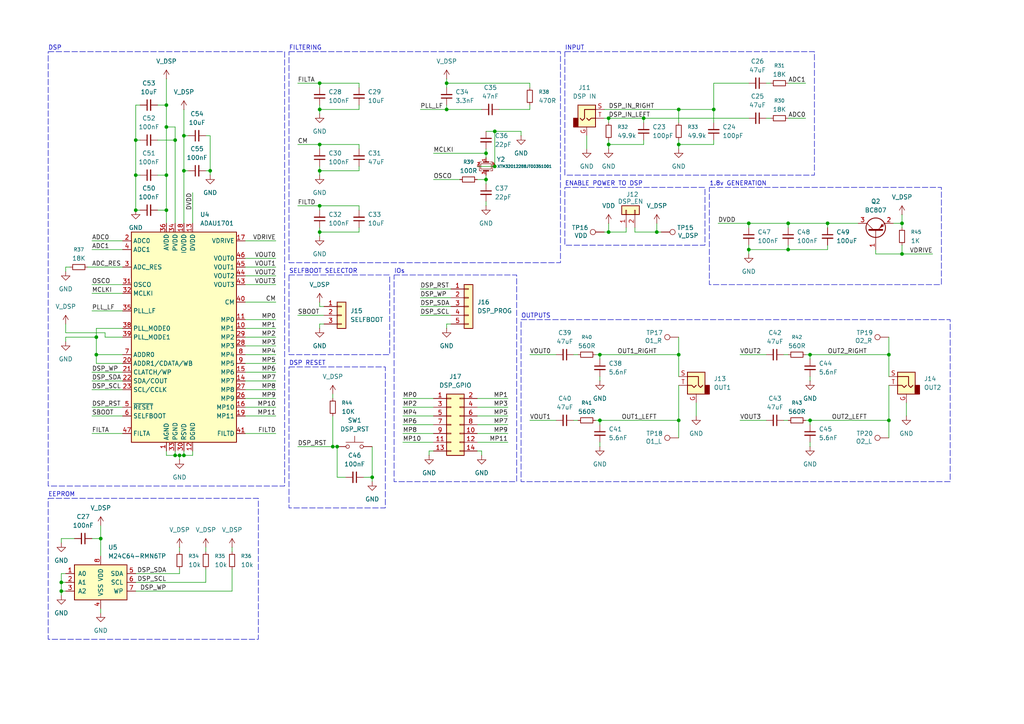
<source format=kicad_sch>
(kicad_sch (version 20250114) (generator "eeschema") (generator_version "9.0")
  (paper "A4")
  (rectangle (start 205.74 54.356) (end 273.05 82.55) (stroke (width 0) (type dash)))
  (rectangle (start 163.83 14.986) (end 236.22 50.8) (stroke (width 0) (type dash)))
  (rectangle (start 114.3 79.756) (end 149.86 139.7) (stroke (width 0) (type dash)))
  (rectangle (start 83.82 106.426) (end 111.76 147.32) (stroke (width 0) (type dash)))
  (rectangle (start 13.97 144.526) (end 74.93 185.42) (stroke (width 0) (type dash)))
  (rectangle (start 83.82 79.756) (end 113.03 102.87) (stroke (width 0) (type dash)))
  (rectangle (start 163.83 54.356) (end 204.47 71.12) (stroke (width 0) (type dash)))
  (rectangle (start 151.13 92.71) (end 275.59 139.7) (stroke (width 0) (type dash)))
  (rectangle (start 13.97 14.986) (end 82.55 140.97) (stroke (width 0) (type dash)))
  (rectangle (start 83.82 14.986) (end 162.56 76.2) (stroke (width 0) (type dash)))
  (text "DSP RESET" (at 83.82 105.41 0) (effects (font (size 1.27 1.27)) (justify left)))
  (text "EEPROM" (at 13.97 143.51 0) (effects (font (size 1.27 1.27)) (justify left)))
  (text "DSP" (at 13.97 13.97 0) (effects (font (size 1.27 1.27)) (justify left)))
  (text "INPUT" (at 163.83 13.97 0) (effects (font (size 1.27 1.27)) (justify left)))
  (text "SELFBOOT SELECTOR" (at 83.82 78.74 0) (effects (font (size 1.27 1.27)) (justify left)))
  (text "FILTERING" (at 83.82 13.97 0) (effects (font (size 1.27 1.27)) (justify left)))
  (text "1.8v GENERATION" (at 205.74 53.34 0) (effects (font (size 1.27 1.27)) (justify left)))
  (text "ENABLE POWER TO DSP" (at 163.83 53.34 0) (effects (font (size 1.27 1.27)) (justify left)))
  (text "OUTPUTS" (at 151.13 91.694 0) (effects (font (size 1.27 1.27)) (justify left)))
  (text "IOs" (at 114.3 78.74 0) (effects (font (size 1.27 1.27)) (justify left)))
  (junction (at 52.07 132.08))
  (junction (at 17.78 168.91))
  (junction (at 234.95 102.87))
  (junction (at 261.62 73.66))
  (junction (at 92.71 31.75))
  (junction (at 140.97 52.07))
  (junction (at 48.26 50.8))
  (junction (at 196.85 102.87))
  (junction (at 234.95 121.92))
  (junction (at 257.81 102.87))
  (junction (at 50.8 132.08))
  (junction (at 92.71 49.53))
  (junction (at 173.99 102.87))
  (junction (at 196.85 41.91))
  (junction (at 186.69 34.29))
  (junction (at 48.26 30.48))
  (junction (at 176.53 34.29))
  (junction (at 129.54 31.75))
  (junction (at 143.51 38.1))
  (junction (at 39.37 40.64))
  (junction (at 261.62 64.77))
  (junction (at 240.03 64.77))
  (junction (at 17.78 171.45))
  (junction (at 140.97 44.45))
  (junction (at 39.37 50.8))
  (junction (at 143.51 48.26))
  (junction (at 217.17 72.39))
  (junction (at 53.34 132.08))
  (junction (at 92.71 59.69))
  (junction (at 257.81 121.92))
  (junction (at 207.01 31.75))
  (junction (at 228.6 64.77))
  (junction (at 196.85 121.92))
  (junction (at 228.6 72.39))
  (junction (at 97.79 129.54))
  (junction (at 53.34 39.37))
  (junction (at 129.54 24.13))
  (junction (at 92.71 24.13))
  (junction (at 96.52 129.54))
  (junction (at 173.99 121.92))
  (junction (at 60.96 49.53))
  (junction (at 190.5 67.31))
  (junction (at 53.34 49.53))
  (junction (at 39.37 60.96))
  (junction (at 176.53 67.31))
  (junction (at 27.94 102.87))
  (junction (at 48.26 36.83))
  (junction (at 217.17 64.77))
  (junction (at 92.71 67.31))
  (junction (at 107.95 138.43))
  (junction (at 48.26 60.96))
  (junction (at 29.21 156.21))
  (junction (at 50.8 40.64))
  (junction (at 196.85 31.75))
  (junction (at 176.53 41.91))
  (junction (at 27.94 97.79))
  (junction (at 92.71 41.91))
  (wire (pts (xy 172.72 121.92) (xy 173.99 121.92)))
  (wire (pts (xy 129.54 24.13) (xy 129.54 25.4)))
  (wire (pts (xy 138.43 120.65) (xy 147.32 120.65)))
  (wire (pts (xy 71.12 87.63) (xy 80.01 87.63)))
  (wire (pts (xy 175.26 31.75) (xy 196.85 31.75)))
  (wire (pts (xy 173.99 121.92) (xy 173.99 123.19)))
  (wire (pts (xy 125.73 118.11) (xy 116.84 118.11)))
  (wire (pts (xy 96.52 129.54) (xy 97.79 129.54)))
  (wire (pts (xy 257.81 109.22) (xy 257.81 102.87)))
  (wire (pts (xy 254 73.66) (xy 261.62 73.66)))
  (wire (pts (xy 138.43 52.07) (xy 140.97 52.07)))
  (wire (pts (xy 52.07 132.08) (xy 52.07 133.35)))
  (wire (pts (xy 176.53 41.91) (xy 176.53 43.18)))
  (wire (pts (xy 151.13 38.1) (xy 151.13 39.37)))
  (wire (pts (xy 27.94 105.41) (xy 27.94 102.87)))
  (wire (pts (xy 207.01 31.75) (xy 207.01 24.13)))
  (wire (pts (xy 92.71 88.9) (xy 93.98 88.9)))
  (wire (pts (xy 71.12 105.41) (xy 80.01 105.41)))
  (wire (pts (xy 176.53 40.64) (xy 176.53 41.91)))
  (wire (pts (xy 228.6 34.29) (xy 233.68 34.29)))
  (wire (pts (xy 104.14 30.48) (xy 104.14 31.75)))
  (wire (pts (xy 27.94 95.25) (xy 27.94 97.79)))
  (wire (pts (xy 143.51 38.1) (xy 143.51 48.26)))
  (wire (pts (xy 59.69 158.75) (xy 59.69 160.02)))
  (wire (pts (xy 92.71 48.26) (xy 92.71 49.53)))
  (wire (pts (xy 40.64 30.48) (xy 39.37 30.48)))
  (wire (pts (xy 19.05 97.79) (xy 19.05 99.06)))
  (wire (pts (xy 71.12 115.57) (xy 80.01 115.57)))
  (wire (pts (xy 217.17 72.39) (xy 217.17 73.66)))
  (wire (pts (xy 27.94 102.87) (xy 27.94 97.79)))
  (wire (pts (xy 140.97 44.45) (xy 140.97 45.72)))
  (wire (pts (xy 186.69 40.64) (xy 186.69 41.91)))
  (wire (pts (xy 207.01 31.75) (xy 207.01 35.56)))
  (wire (pts (xy 140.97 43.18) (xy 140.97 44.45)))
  (wire (pts (xy 190.5 67.31) (xy 191.77 67.31)))
  (wire (pts (xy 30.48 97.79) (xy 30.48 96.52)))
  (wire (pts (xy 228.6 71.12) (xy 228.6 72.39)))
  (wire (pts (xy 176.53 34.29) (xy 176.53 35.56)))
  (wire (pts (xy 257.81 121.92) (xy 234.95 121.92)))
  (wire (pts (xy 60.96 49.53) (xy 60.96 50.8)))
  (wire (pts (xy 140.97 38.1) (xy 143.51 38.1)))
  (wire (pts (xy 86.36 59.69) (xy 92.71 59.69)))
  (wire (pts (xy 39.37 60.96) (xy 40.64 60.96)))
  (wire (pts (xy 71.12 74.93) (xy 80.01 74.93)))
  (wire (pts (xy 104.14 25.4) (xy 104.14 24.13)))
  (wire (pts (xy 107.95 138.43) (xy 107.95 129.54)))
  (wire (pts (xy 124.46 130.81) (xy 125.73 130.81)))
  (wire (pts (xy 19.05 166.37) (xy 17.78 166.37)))
  (wire (pts (xy 30.48 96.52) (xy 19.05 96.52)))
  (wire (pts (xy 176.53 41.91) (xy 186.69 41.91)))
  (wire (pts (xy 196.85 41.91) (xy 196.85 43.18)))
  (wire (pts (xy 92.71 66.04) (xy 92.71 67.31)))
  (wire (pts (xy 222.25 34.29) (xy 223.52 34.29)))
  (wire (pts (xy 166.37 102.87) (xy 167.64 102.87)))
  (wire (pts (xy 228.6 64.77) (xy 217.17 64.77)))
  (wire (pts (xy 92.71 87.63) (xy 92.71 88.9)))
  (wire (pts (xy 60.96 39.37) (xy 60.96 49.53)))
  (wire (pts (xy 173.99 102.87) (xy 173.99 104.14)))
  (wire (pts (xy 121.92 31.75) (xy 129.54 31.75)))
  (wire (pts (xy 92.71 49.53) (xy 92.71 50.8)))
  (wire (pts (xy 201.93 116.84) (xy 201.93 120.65)))
  (wire (pts (xy 240.03 64.77) (xy 248.92 64.77)))
  (wire (pts (xy 227.33 121.92) (xy 228.6 121.92)))
  (wire (pts (xy 27.94 97.79) (xy 19.05 97.79)))
  (wire (pts (xy 96.52 114.3) (xy 96.52 115.57)))
  (wire (pts (xy 121.92 86.36) (xy 130.81 86.36)))
  (wire (pts (xy 26.67 90.17) (xy 35.56 90.17)))
  (wire (pts (xy 172.72 102.87) (xy 173.99 102.87)))
  (wire (pts (xy 29.21 152.4) (xy 29.21 156.21)))
  (wire (pts (xy 138.43 48.26) (xy 143.51 48.26)))
  (wire (pts (xy 53.34 130.81) (xy 53.34 132.08)))
  (wire (pts (xy 17.78 172.72) (xy 17.78 171.45)))
  (wire (pts (xy 104.14 41.91) (xy 92.71 41.91)))
  (wire (pts (xy 138.43 115.57) (xy 147.32 115.57)))
  (wire (pts (xy 173.99 102.87) (xy 196.85 102.87)))
  (wire (pts (xy 92.71 59.69) (xy 92.71 60.96)))
  (wire (pts (xy 234.95 109.22) (xy 234.95 110.49)))
  (wire (pts (xy 222.25 121.92) (xy 214.63 121.92)))
  (wire (pts (xy 175.26 34.29) (xy 176.53 34.29)))
  (wire (pts (xy 48.26 132.08) (xy 50.8 132.08)))
  (wire (pts (xy 53.34 132.08) (xy 52.07 132.08)))
  (wire (pts (xy 48.26 64.77) (xy 48.26 60.96)))
  (wire (pts (xy 270.51 73.66) (xy 261.62 73.66)))
  (wire (pts (xy 234.95 128.27) (xy 234.95 129.54)))
  (wire (pts (xy 184.15 67.31) (xy 190.5 67.31)))
  (wire (pts (xy 45.72 30.48) (xy 48.26 30.48)))
  (wire (pts (xy 257.81 102.87) (xy 234.95 102.87)))
  (wire (pts (xy 125.73 120.65) (xy 116.84 120.65)))
  (wire (pts (xy 48.26 22.86) (xy 48.26 30.48)))
  (wire (pts (xy 129.54 93.98) (xy 130.81 93.98)))
  (wire (pts (xy 86.36 41.91) (xy 92.71 41.91)))
  (wire (pts (xy 71.12 80.01) (xy 80.01 80.01)))
  (wire (pts (xy 17.78 171.45) (xy 19.05 171.45)))
  (wire (pts (xy 67.31 165.1) (xy 67.31 171.45)))
  (wire (pts (xy 261.62 66.04) (xy 261.62 64.77)))
  (wire (pts (xy 196.85 109.22) (xy 196.85 102.87)))
  (wire (pts (xy 26.67 110.49) (xy 35.56 110.49)))
  (wire (pts (xy 19.05 168.91) (xy 17.78 168.91)))
  (wire (pts (xy 53.34 39.37) (xy 54.61 39.37)))
  (wire (pts (xy 48.26 50.8) (xy 48.26 60.96)))
  (wire (pts (xy 138.43 123.19) (xy 147.32 123.19)))
  (wire (pts (xy 257.81 97.79) (xy 257.81 102.87)))
  (wire (pts (xy 25.4 77.47) (xy 35.56 77.47)))
  (wire (pts (xy 48.26 60.96) (xy 45.72 60.96)))
  (wire (pts (xy 129.54 31.75) (xy 139.7 31.75)))
  (wire (pts (xy 21.59 156.21) (xy 17.78 156.21)))
  (wire (pts (xy 26.67 107.95) (xy 35.56 107.95)))
  (wire (pts (xy 186.69 35.56) (xy 186.69 34.29)))
  (wire (pts (xy 17.78 168.91) (xy 17.78 171.45)))
  (wire (pts (xy 71.12 77.47) (xy 80.01 77.47)))
  (wire (pts (xy 125.73 128.27) (xy 116.84 128.27)))
  (wire (pts (xy 173.99 109.22) (xy 173.99 110.49)))
  (wire (pts (xy 240.03 71.12) (xy 240.03 72.39)))
  (wire (pts (xy 35.56 97.79) (xy 30.48 97.79)))
  (wire (pts (xy 121.92 83.82) (xy 130.81 83.82)))
  (wire (pts (xy 71.12 107.95) (xy 80.01 107.95)))
  (wire (pts (xy 71.12 82.55) (xy 80.01 82.55)))
  (wire (pts (xy 26.67 72.39) (xy 35.56 72.39)))
  (wire (pts (xy 39.37 166.37) (xy 52.07 166.37)))
  (wire (pts (xy 86.36 129.54) (xy 96.52 129.54)))
  (wire (pts (xy 92.71 67.31) (xy 104.14 67.31)))
  (wire (pts (xy 125.73 125.73) (xy 116.84 125.73)))
  (wire (pts (xy 100.33 138.43) (xy 97.79 138.43)))
  (wire (pts (xy 143.51 38.1) (xy 151.13 38.1)))
  (wire (pts (xy 17.78 166.37) (xy 17.78 168.91)))
  (wire (pts (xy 40.64 50.8) (xy 39.37 50.8)))
  (wire (pts (xy 48.26 36.83) (xy 48.26 50.8)))
  (wire (pts (xy 175.26 67.31) (xy 176.53 67.31)))
  (wire (pts (xy 53.34 39.37) (xy 53.34 49.53)))
  (wire (pts (xy 52.07 166.37) (xy 52.07 165.1)))
  (wire (pts (xy 104.14 66.04) (xy 104.14 67.31)))
  (wire (pts (xy 196.85 111.76) (xy 196.85 121.92)))
  (wire (pts (xy 222.25 24.13) (xy 223.52 24.13)))
  (wire (pts (xy 240.03 66.04) (xy 240.03 64.77)))
  (wire (pts (xy 35.56 102.87) (xy 27.94 102.87)))
  (wire (pts (xy 50.8 130.81) (xy 50.8 132.08)))
  (wire (pts (xy 153.67 25.4) (xy 153.67 24.13)))
  (wire (pts (xy 104.14 24.13) (xy 92.71 24.13)))
  (wire (pts (xy 26.67 85.09) (xy 35.56 85.09)))
  (wire (pts (xy 53.34 49.53) (xy 54.61 49.53)))
  (wire (pts (xy 52.07 158.75) (xy 52.07 160.02)))
  (wire (pts (xy 186.69 34.29) (xy 217.17 34.29)))
  (wire (pts (xy 104.14 48.26) (xy 104.14 49.53)))
  (wire (pts (xy 217.17 64.77) (xy 217.17 66.04)))
  (wire (pts (xy 129.54 95.25) (xy 129.54 93.98)))
  (wire (pts (xy 71.12 100.33) (xy 80.01 100.33)))
  (wire (pts (xy 261.62 62.23) (xy 261.62 64.77)))
  (wire (pts (xy 227.33 102.87) (xy 228.6 102.87)))
  (wire (pts (xy 35.56 105.41) (xy 27.94 105.41)))
  (wire (pts (xy 129.54 30.48) (xy 129.54 31.75)))
  (wire (pts (xy 26.67 113.03) (xy 35.56 113.03)))
  (wire (pts (xy 26.67 82.55) (xy 35.56 82.55)))
  (wire (pts (xy 35.56 95.25) (xy 27.94 95.25)))
  (wire (pts (xy 161.29 102.87) (xy 153.67 102.87)))
  (wire (pts (xy 92.71 31.75) (xy 92.71 33.02)))
  (wire (pts (xy 48.26 130.81) (xy 48.26 132.08)))
  (wire (pts (xy 153.67 24.13) (xy 129.54 24.13)))
  (wire (pts (xy 97.79 138.43) (xy 97.79 129.54)))
  (wire (pts (xy 67.31 158.75) (xy 67.31 160.02)))
  (wire (pts (xy 234.95 121.92) (xy 234.95 123.19)))
  (wire (pts (xy 92.71 49.53) (xy 104.14 49.53)))
  (wire (pts (xy 48.26 36.83) (xy 50.8 36.83)))
  (wire (pts (xy 71.12 110.49) (xy 80.01 110.49)))
  (wire (pts (xy 140.97 58.42) (xy 140.97 59.69)))
  (wire (pts (xy 80.01 69.85) (xy 71.12 69.85)))
  (wire (pts (xy 71.12 97.79) (xy 80.01 97.79)))
  (wire (pts (xy 26.67 156.21) (xy 29.21 156.21)))
  (wire (pts (xy 217.17 71.12) (xy 217.17 72.39)))
  (wire (pts (xy 190.5 64.77) (xy 190.5 67.31)))
  (wire (pts (xy 233.68 102.87) (xy 234.95 102.87)))
  (wire (pts (xy 140.97 52.07) (xy 140.97 50.8)))
  (wire (pts (xy 257.81 121.92) (xy 257.81 127)))
  (wire (pts (xy 26.67 125.73) (xy 35.56 125.73)))
  (wire (pts (xy 26.67 118.11) (xy 35.56 118.11)))
  (wire (pts (xy 55.88 132.08) (xy 53.34 132.08)))
  (wire (pts (xy 176.53 67.31) (xy 176.53 64.77)))
  (wire (pts (xy 196.85 97.79) (xy 196.85 102.87)))
  (wire (pts (xy 45.72 50.8) (xy 48.26 50.8)))
  (wire (pts (xy 48.26 30.48) (xy 48.26 36.83)))
  (wire (pts (xy 222.25 102.87) (xy 214.63 102.87)))
  (wire (pts (xy 161.29 121.92) (xy 153.67 121.92)))
  (wire (pts (xy 53.34 31.75) (xy 53.34 39.37)))
  (wire (pts (xy 259.08 64.77) (xy 261.62 64.77)))
  (wire (pts (xy 262.89 116.84) (xy 262.89 120.65)))
  (wire (pts (xy 228.6 24.13) (xy 233.68 24.13)))
  (wire (pts (xy 196.85 121.92) (xy 196.85 127)))
  (wire (pts (xy 92.71 41.91) (xy 92.71 43.18)))
  (wire (pts (xy 93.98 93.98) (xy 92.71 93.98)))
  (wire (pts (xy 55.88 55.88) (xy 55.88 64.77)))
  (wire (pts (xy 181.61 66.04) (xy 181.61 67.31)))
  (wire (pts (xy 104.14 59.69) (xy 92.71 59.69)))
  (wire (pts (xy 55.88 130.81) (xy 55.88 132.08)))
  (wire (pts (xy 261.62 73.66) (xy 261.62 71.12)))
  (wire (pts (xy 71.12 113.03) (xy 80.01 113.03)))
  (wire (pts (xy 40.64 40.64) (xy 39.37 40.64)))
  (wire (pts (xy 105.41 138.43) (xy 107.95 138.43)))
  (wire (pts (xy 92.71 24.13) (xy 92.71 25.4)))
  (wire (pts (xy 121.92 91.44) (xy 130.81 91.44)))
  (wire (pts (xy 121.92 88.9) (xy 130.81 88.9)))
  (wire (pts (xy 20.32 77.47) (xy 19.05 77.47)))
  (wire (pts (xy 50.8 64.77) (xy 50.8 40.64)))
  (wire (pts (xy 207.01 24.13) (xy 217.17 24.13)))
  (wire (pts (xy 39.37 168.91) (xy 59.69 168.91)))
  (wire (pts (xy 196.85 40.64) (xy 196.85 41.91)))
  (wire (pts (xy 86.36 91.44) (xy 93.98 91.44)))
  (wire (pts (xy 107.95 138.43) (xy 107.95 139.7)))
  (wire (pts (xy 196.85 41.91) (xy 207.01 41.91)))
  (wire (pts (xy 138.43 130.81) (xy 139.7 130.81)))
  (wire (pts (xy 17.78 156.21) (xy 17.78 157.48)))
  (wire (pts (xy 139.7 130.81) (xy 139.7 132.08)))
  (wire (pts (xy 140.97 52.07) (xy 140.97 53.34)))
  (wire (pts (xy 50.8 36.83) (xy 50.8 40.64)))
  (wire (pts (xy 39.37 30.48) (xy 39.37 40.64)))
  (wire (pts (xy 59.69 168.91) (xy 59.69 165.1)))
  (wire (pts (xy 29.21 156.21) (xy 29.21 161.29)))
  (wire (pts (xy 129.54 22.86) (xy 129.54 24.13)))
  (wire (pts (xy 125.73 115.57) (xy 116.84 115.57)))
  (wire (pts (xy 196.85 31.75) (xy 196.85 35.56)))
  (wire (pts (xy 181.61 67.31) (xy 176.53 67.31)))
  (wire (pts (xy 234.95 102.87) (xy 234.95 104.14)))
  (wire (pts (xy 138.43 125.73) (xy 147.32 125.73)))
  (wire (pts (xy 92.71 31.75) (xy 104.14 31.75)))
  (wire (pts (xy 71.12 120.65) (xy 80.01 120.65)))
  (wire (pts (xy 186.69 34.29) (xy 176.53 34.29)))
  (wire (pts (xy 26.67 69.85) (xy 35.56 69.85)))
  (wire (pts (xy 233.68 121.92) (xy 234.95 121.92)))
  (wire (pts (xy 173.99 128.27) (xy 173.99 129.54)))
  (wire (pts (xy 39.37 171.45) (xy 67.31 171.45)))
  (wire (pts (xy 29.21 176.53) (xy 29.21 177.8)))
  (wire (pts (xy 196.85 31.75) (xy 207.01 31.75)))
  (wire (pts (xy 125.73 52.07) (xy 133.35 52.07)))
  (wire (pts (xy 39.37 50.8) (xy 39.37 60.96)))
  (wire (pts (xy 153.67 31.75) (xy 153.67 30.48)))
  (wire (pts (xy 92.71 93.98) (xy 92.71 95.25)))
  (wire (pts (xy 104.14 60.96) (xy 104.14 59.69)))
  (wire (pts (xy 184.15 66.04) (xy 184.15 67.31)))
  (wire (pts (xy 228.6 66.04) (xy 228.6 64.77)))
  (wire (pts (xy 104.14 43.18) (xy 104.14 41.91)))
  (wire (pts (xy 86.36 24.13) (xy 92.71 24.13)))
  (wire (pts (xy 39.37 40.64) (xy 39.37 50.8)))
  (wire (pts (xy 19.05 96.52) (xy 19.05 93.98)))
  (wire (pts (xy 71.12 125.73) (xy 80.01 125.73)))
  (wire (pts (xy 124.46 132.08) (xy 124.46 130.81)))
  (wire (pts (xy 71.12 118.11) (xy 80.01 118.11)))
  (wire (pts (xy 59.69 39.37) (xy 60.96 39.37)))
  (wire (pts (xy 71.12 95.25) (xy 80.01 95.25)))
  (wire (pts (xy 125.73 123.19) (xy 116.84 123.19)))
  (wire (pts (xy 92.71 30.48) (xy 92.71 31.75)))
  (wire (pts (xy 240.03 72.39) (xy 228.6 72.39)))
  (wire (pts (xy 96.52 120.65) (xy 96.52 129.54)))
  (wire (pts (xy 71.12 102.87) (xy 80.01 102.87)))
  (wire (pts (xy 71.12 92.71) (xy 80.01 92.71)))
  (wire (pts (xy 19.05 77.47) (xy 19.05 78.74)))
  (wire (pts (xy 257.81 111.76) (xy 257.81 121.92)))
  (wire (pts (xy 50.8 132.08) (xy 52.07 132.08)))
  (wire (pts (xy 196.85 121.92) (xy 173.99 121.92)))
  (wire (pts (xy 254 72.39) (xy 254 73.66)))
  (wire (pts (xy 170.18 39.37) (xy 170.18 43.18)))
  (wire (pts (xy 125.73 44.45) (xy 140.97 44.45)))
  (wire (pts (xy 50.8 40.64) (xy 45.72 40.64)))
  (wire (pts (xy 208.28 64.77) (xy 217.17 64.77)))
  (wire (pts (xy 228.6 72.39) (xy 217.17 72.39)))
  (wire (pts (xy 144.78 31.75) (xy 153.67 31.75)))
  (wire (pts (xy 53.34 49.53) (xy 53.34 64.77)))
  (wire (pts (xy 166.37 121.92) (xy 167.64 121.92)))
  (wire (pts (xy 138.43 128.27) (xy 147.32 128.27)))
  (wire (pts (xy 207.01 40.64) (xy 207.01 41.91)))
  (wire (pts (xy 26.67 120.65) (xy 35.56 120.65)))
  (wire (pts (xy 92.71 67.31) (xy 92.71 68.58)))
  (wire (pts (xy 240.03 64.77) (xy 228.6 64.77)))
  (wire (pts (xy 138.43 118.11) (xy 147.32 118.11)))
  (wire (pts (xy 59.69 49.53) (xy 60.96 49.53)))
  (label "MP1" (at 80.01 95.25 180))
  (label "OUT1_RIGHT" (at 190.5 102.87 180))
  (label "MCLKI" (at 26.67 85.09 0))
  (label "DSP_SCL" (at 26.67 113.03 0))
  (label "VDRIVE" (at 270.51 73.66 180))
  (label "MP6" (at 116.84 123.19 0))
  (label "MP2" (at 80.01 97.79 180))
  (label "MP11" (at 80.01 120.65 180))
  (label "VOUT0" (at 153.67 102.87 0))
  (label "VOUT1" (at 153.67 121.92 0))
  (label "DSP_SDA" (at 121.92 88.9 0))
  (label "ADC1" (at 233.68 24.13 180))
  (label "MP3" (at 80.01 100.33 180))
  (label "CM" (at 86.36 41.91 0))
  (label "ADC0" (at 26.67 69.85 0))
  (label "MP10" (at 116.84 128.27 0))
  (label "MP9" (at 147.32 125.73 180))
  (label "DSP_IN_RIGHT" (at 176.53 31.75 0))
  (label "MP0" (at 116.84 115.57 0))
  (label "DSP_SDA" (at 26.67 110.49 0))
  (label "VOUT0" (at 80.01 74.93 180))
  (label "DSP_WP" (at 48.26 171.45 180))
  (label "VOUT2" (at 80.01 80.01 180))
  (label "MP6" (at 80.01 107.95 180))
  (label "VOUT2" (at 214.63 102.87 0))
  (label "DSP_RST" (at 121.92 83.82 0))
  (label "DVDD" (at 55.88 55.88 270))
  (label "MP2" (at 116.84 118.11 0))
  (label "DSP_RST" (at 86.36 129.54 0))
  (label "OSCO" (at 26.67 82.55 0))
  (label "OUT1_LEFT" (at 190.5 121.92 180))
  (label "MP8" (at 80.01 113.03 180))
  (label "MP7" (at 80.01 110.49 180))
  (label "ADC0" (at 233.68 34.29 180))
  (label "DSP_SCL" (at 48.26 168.91 180))
  (label "OSCO" (at 125.73 52.07 0))
  (label "SBOOT" (at 86.36 91.44 0))
  (label "DSP_WP" (at 26.67 107.95 0))
  (label "VOUT1" (at 80.01 77.47 180))
  (label "CM" (at 80.01 87.63 180))
  (label "MCLKI" (at 125.73 44.45 0))
  (label "OUT2_LEFT" (at 251.46 121.92 180))
  (label "DSP_SCL" (at 121.92 91.44 0))
  (label "MP0" (at 80.01 92.71 180))
  (label "DSP_SDA" (at 48.26 166.37 180))
  (label "VOUT3" (at 214.63 121.92 0))
  (label "PLL_LF" (at 26.67 90.17 0))
  (label "SBOOT" (at 26.67 120.65 0))
  (label "MP5" (at 80.01 105.41 180))
  (label "FILTA" (at 26.67 125.73 0))
  (label "DVDD" (at 208.28 64.77 0))
  (label "MP3" (at 147.32 118.11 180))
  (label "DSP_IN_LEFT" (at 176.53 34.29 0))
  (label "MP1" (at 147.32 115.57 180))
  (label "DSP_RST" (at 26.67 118.11 0))
  (label "MP7" (at 147.32 123.19 180))
  (label "MP11" (at 147.32 128.27 180))
  (label "MP10" (at 80.01 118.11 180))
  (label "ADC1" (at 26.67 72.39 0))
  (label "DSP_WP" (at 121.92 86.36 0))
  (label "MP4" (at 80.01 102.87 180))
  (label "MP9" (at 80.01 115.57 180))
  (label "MP8" (at 116.84 125.73 0))
  (label "OUT2_RIGHT" (at 251.46 102.87 180))
  (label "PLL_LF" (at 121.92 31.75 0))
  (label "VDRIVE" (at 80.01 69.85 180))
  (label "VOUT3" (at 80.01 82.55 180))
  (label "MP5" (at 147.32 120.65 180))
  (label "FILTA" (at 86.36 24.13 0))
  (label "FILTD" (at 86.36 59.69 0))
  (label "ADC_RES" (at 26.67 77.47 0))
  (label "FILTD" (at 80.01 125.73 180))
  (label "MP4" (at 116.84 120.65 0))
  (symbol (lib_id "Connector_Audio:AudioJack2_Ground") (at 201.93 111.76 0) (mirror y) (unit 1)
    (property "Reference" "J13" (at 207.01 109.8549 0) (effects (justify right)))
    (property "Value" "OUT1" (at 207.01 112.3949 0) (effects (justify right)))
    (property "Footprint" "XKB_PJ-3200:XKB_PJ-3200" (effects (hide yes)))
    (property "Description" "Audio Jack, 2 Poles (Mono / TS), Grounded Sleeve" (effects (hide yes)))
  )
  (symbol (lib_id "Device:R_Small") (at 170.18 121.92 90) (unit 1)
    (property "Reference" "R41" (at 170.18 116.84 90) (effects (font (size 1.016 1.016))))
    (property "Value" "560R" (at 170.18 119.38 90))
    (property "Footprint" "Resistor_SMD:R_0603_1608Metric_Pad0.98x0.95mm_HandSolder" (effects (hide yes)))
    (property "Description" "Resistor, small symbol" (effects (hide yes)))
  )
  (symbol (lib_id "power:GND") (at 124.46 132.08 0) (unit 1)
    (property "Reference" "#PWR093" (effects (hide yes)))
    (property "Value" "GND" (at 124.46 137.16 0))
    (property "Description" "Power symbol creates a global label with name \"GND\" , ground" (effects (hide yes)))
  )
  (symbol (lib_id "Device:C_Small") (at 140.97 40.64 0) (unit 1)
    (property "Reference" "C36" (at 143.51 39.3762 0) (effects (justify left)))
    (property "Value" "22pF" (at 143.51 41.9162 0) (effects (justify left)))
    (property "Footprint" "Capacitor_SMD:C_0603_1608Metric_Pad1.08x0.95mm_HandSolder" (effects (hide yes)))
    (property "Description" "Unpolarized capacitor, small symbol" (effects (hide yes)))
  )
  (symbol (lib_id "Connector:TestPoint") (at 175.26 67.31 90) (unit 1)
    (property "Reference" "TP16" (at 170.688 66.04 90) (effects (justify left)))
    (property "Value" "VDD" (at 170.434 68.326 90) (effects (justify left)))
    (property "Footprint" "TestPoint:TestPoint_THTPad_1.0x1.0mm_Drill0.5mm" (effects (hide yes)))
    (property "Description" "test point" (effects (hide yes)))
  )
  (symbol (lib_id "power:VDD") (at 53.34 31.75 0) (unit 1)
    (property "Reference" "#PWR090" (effects (hide yes)))
    (property "Value" "V_DSP" (at 53.34 26.67 0))
    (property "Description" "Power symbol creates a global label with name \"VDD\"" (effects (hide yes)))
  )
  (symbol (lib_id "power:GND") (at 234.95 129.54 0) (unit 1)
    (property "Reference" "#PWR077" (effects (hide yes)))
    (property "Value" "GND" (at 234.95 134.62 0))
    (property "Description" "Power symbol creates a global label with name \"GND\" , ground" (effects (hide yes)))
  )
  (symbol (lib_id "power:GND") (at 92.71 33.02 0) (unit 1)
    (property "Reference" "#PWR067" (effects (hide yes)))
    (property "Value" "GND" (at 92.71 38.1 0))
    (property "Description" "Power symbol creates a global label with name \"GND\" , ground" (effects (hide yes)))
  )
  (symbol (lib_id "power:VDD") (at 92.71 87.63 0) (unit 1)
    (property "Reference" "#PWR080" (effects (hide yes)))
    (property "Value" "V_DSP" (at 92.71 82.55 0))
    (property "Description" "Power symbol creates a global label with name \"VDD\"" (effects (hide yes)))
  )
  (symbol (lib_id "power:VDD") (at 52.07 158.75 0) (unit 1)
    (property "Reference" "#PWR062" (effects (hide yes)))
    (property "Value" "V_DSP" (at 52.07 153.67 0))
    (property "Description" "Power symbol creates a global label with name \"VDD\"" (effects (hide yes)))
  )
  (symbol (lib_id "Device:C_Small") (at 219.71 34.29 270) (unit 1)
    (property "Reference" "C25" (at 219.7036 27.94 90))
    (property "Value" "47uF" (at 219.7036 30.48 90))
    (property "Footprint" "Capacitor_SMD:C_0603_1608Metric_Pad1.08x0.95mm_HandSolder" (effects (hide yes)))
    (property "Description" "Unpolarized capacitor, small symbol" (effects (hide yes)))
  )
  (symbol (lib_id "Connector_Audio:AudioJack2_Ground") (at 170.18 34.29 0) (unit 1)
    (property "Reference" "J11" (at 169.545 25.4 0))
    (property "Value" "DSP IN" (at 169.545 27.94 0))
    (property "Footprint" "XKB_PJ-3200:XKB_PJ-3200" (effects (hide yes)))
    (property "Description" "Audio Jack, 2 Poles (Mono / TS), Grounded Sleeve" (effects (hide yes)))
  )
  (symbol (lib_id "power:GND") (at 196.85 43.18 0) (unit 1)
    (property "Reference" "#PWR057" (effects (hide yes)))
    (property "Value" "GND" (at 196.85 48.26 0))
    (property "Description" "Power symbol creates a global label with name \"GND\" , ground" (effects (hide yes)))
  )
  (symbol (lib_id "power:VDD") (at 176.53 64.77 0) (unit 1)
    (property "Reference" "#PWR055" (effects (hide yes)))
    (property "Value" "VDD" (at 176.53 59.69 0))
    (property "Description" "Power symbol creates a global label with name \"VDD\"" (effects (hide yes)))
  )
  (symbol (lib_id "power:GND") (at 151.13 39.37 0) (unit 1)
    (property "Reference" "#PWR071" (effects (hide yes)))
    (property "Value" "GND" (at 151.13 44.45 0))
    (property "Description" "Power symbol creates a global label with name \"GND\" , ground" (effects (hide yes)))
  )
  (symbol (lib_id "Device:C_Small") (at 140.97 55.88 0) (unit 1)
    (property "Reference" "C37" (at 143.51 54.6162 0) (effects (justify left)))
    (property "Value" "22pF" (at 143.51 57.1562 0) (effects (justify left)))
    (property "Footprint" "Capacitor_SMD:C_0603_1608Metric_Pad1.08x0.95mm_HandSolder" (effects (hide yes)))
    (property "Description" "Unpolarized capacitor, small symbol" (effects (hide yes)))
  )
  (symbol (lib_id "power:VDD") (at 29.21 152.4 0) (unit 1)
    (property "Reference" "#PWR061" (effects (hide yes)))
    (property "Value" "V_DSP" (at 29.21 147.32 0))
    (property "Description" "Power symbol creates a global label with name \"VDD\"" (effects (hide yes)))
  )
  (symbol (lib_id "Device:C_Small") (at 234.95 106.68 0) (unit 1)
    (property "Reference" "C44" (at 237.49 105.4162 0) (effects (justify left)))
    (property "Value" "5.6nF" (at 237.49 107.9562 0) (effects (justify left)))
    (property "Footprint" "Capacitor_SMD:C_0603_1608Metric_Pad1.08x0.95mm_HandSolder" (effects (hide yes)))
    (property "Description" "Unpolarized capacitor, small symbol" (effects (hide yes)))
  )
  (symbol (lib_id "Device:C_Small") (at 104.14 63.5 180) (unit 1)
    (property "Reference" "C33" (at 106.68 62.2235 0) (effects (justify right)))
    (property "Value" "10uF" (at 106.68 64.7635 0) (effects (justify right)))
    (property "Footprint" "Capacitor_SMD:C_0603_1608Metric_Pad1.08x0.95mm_HandSolder" (effects (hide yes)))
    (property "Description" "Unpolarized capacitor, small symbol" (effects (hide yes)))
  )
  (symbol (lib_id "Device:R_Small") (at 96.52 118.11 0) (unit 1)
    (property "Reference" "R44" (at 99.06 116.8399 0) (effects (font (size 1.016 1.016)) (justify left)))
    (property "Value" "10K" (at 99.06 119.3799 0) (effects (justify left)))
    (property "Footprint" "Resistor_SMD:R_0603_1608Metric_Pad0.98x0.95mm_HandSolder" (effects (hide yes)))
    (property "Description" "Resistor, small symbol" (effects (hide yes)))
  )
  (symbol (lib_id "power:GND") (at 170.18 43.18 0) (unit 1)
    (property "Reference" "#PWR054" (effects (hide yes)))
    (property "Value" "GND" (at 170.18 48.26 0))
    (property "Description" "Power symbol creates a global label with name \"GND\" , ground" (effects (hide yes)))
  )
  (symbol (lib_id "Device:C_Small") (at 234.95 125.73 0) (unit 1)
    (property "Reference" "C45" (at 237.49 124.4662 0) (effects (justify left)))
    (property "Value" "5.6nF" (at 237.49 127.0062 0) (effects (justify left)))
    (property "Footprint" "Capacitor_SMD:C_0603_1608Metric_Pad1.08x0.95mm_HandSolder" (effects (hide yes)))
    (property "Description" "Unpolarized capacitor, small symbol" (effects (hide yes)))
  )
  (symbol (lib_id "Device:C_Small") (at 92.71 63.5 180) (unit 1)
    (property "Reference" "C32" (at 95.25 62.2235 0) (effects (justify right)))
    (property "Value" "100nF" (at 95.25 64.7635 0) (effects (justify right)))
    (property "Footprint" "Capacitor_SMD:C_0603_1608Metric_Pad1.08x0.95mm_HandSolder" (effects (hide yes)))
    (property "Description" "Unpolarized capacitor, small symbol" (effects (hide yes)))
  )
  (symbol (lib_id "Device:R_Small") (at 170.18 102.87 90) (unit 1)
    (property "Reference" "R40" (at 170.18 97.79 90) (effects (font (size 1.016 1.016))))
    (property "Value" "560R" (at 170.18 100.33 90))
    (property "Footprint" "Resistor_SMD:R_0603_1608Metric_Pad0.98x0.95mm_HandSolder" (effects (hide yes)))
    (property "Description" "Resistor, small symbol" (effects (hide yes)))
  )
  (symbol (lib_id "power:VDD") (at 67.31 158.75 0) (unit 1)
    (property "Reference" "#PWR064" (effects (hide yes)))
    (property "Value" "V_DSP" (at 67.31 153.67 0))
    (property "Description" "Power symbol creates a global label with name \"VDD\"" (effects (hide yes)))
  )
  (symbol (lib_id "Switch:SW_Push") (at 102.87 129.54 0) (unit 1)
    (property "Reference" "SW1" (at 102.87 121.92 0))
    (property "Value" "DSP_RST" (at 102.87 124.46 0))
    (property "Footprint" "TS3425BA:TS3425BA" (effects (hide yes)))
    (property "Description" "Push button switch, generic, two pins" (effects (hide yes)))
  )
  (symbol (lib_id "Connector_Generic:Conn_02x07_Odd_Even") (at 130.81 123.19 0) (unit 1)
    (property "Reference" "J17" (at 132.08 109.22 0))
    (property "Value" "DSP_GPIO" (at 132.08 111.76 0))
    (property "Footprint" "Connector_PinHeader_2.54mm:PinHeader_2x07_P2.54mm_Vertical" (effects (hide yes)))
    (property "Description" "Generic connector, double row, 02x07, odd/even pin numbering scheme (row 1 odd numbers, row 2 even numbers), script generated (kicad-library-utils/schlib/autogen/connector/)" (effects (hide yes)))
  )
  (symbol (lib_id "DSP_AnalogDevices:ADAU1701") (at 53.34 97.79 0) (unit 1)
    (property "Reference" "U4" (at 58.0233 62.23 0) (effects (justify left)))
    (property "Value" "ADAU1701" (at 58.0233 64.77 0) (effects (justify left)))
    (property "Footprint" "Package_QFP:LQFP-48_7x7mm_P0.5mm" (effects (hide yes)))
    (property "Datasheet" "https://www.analog.com/media/en/technical-documentation/data-sheets/ADAU1701.pdf" (effects (hide yes)))
    (property "Description" "SigmaDSP 28-/56-Bit Audio Processor with Two ADCs and Four DACs, 50 MIPS, 1kword Program RAM, 2kword Data RAM, LQFP-48" (effects (hide yes)))
  )
  (symbol (lib_id "Device:R_Small") (at 52.07 162.56 0) (unit 1)
    (property "Reference" "R34" (at 54.61 161.2899 0) (effects (font (size 1.016 1.016)) (justify left)))
    (property "Value" "10k" (at 54.61 163.8299 0) (effects (justify left)))
    (property "Footprint" "Resistor_SMD:R_0603_1608Metric_Pad0.98x0.95mm_HandSolder" (effects (hide yes)))
    (property "Description" "Resistor, small symbol" (effects (hide yes)))
  )
  (symbol (lib_id "Device:R_Small") (at 176.53 38.1 0) (unit 1)
    (property "Reference" "R32" (at 179.07 36.8299 0) (effects (font (size 1.016 1.016)) (justify left)))
    (property "Value" "49.9k" (at 179.07 39.3699 0) (effects (justify left)))
    (property "Footprint" "Resistor_SMD:R_0603_1608Metric_Pad0.98x0.95mm_HandSolder" (effects (hide yes)))
    (property "Description" "Resistor, small symbol" (effects (hide yes)))
  )
  (symbol (lib_id "power:GND") (at 60.96 50.8 0) (unit 1)
    (property "Reference" "#PWR091" (effects (hide yes)))
    (property "Value" "GND" (at 60.96 55.88 0))
    (property "Description" "Power symbol creates a global label with name \"GND\" , ground" (effects (hide yes)))
  )
  (symbol (lib_id "Connector:TestPoint") (at 196.85 127 90) (unit 1)
    (property "Reference" "TP18" (at 192.278 125.73 90) (effects (justify left)))
    (property "Value" "O1_L" (at 192.024 128.016 90) (effects (justify left)))
    (property "Footprint" "TestPoint:TestPoint_THTPad_1.0x1.0mm_Drill0.5mm" (effects (hide yes)))
    (property "Description" "test point" (effects (hide yes)))
  )
  (symbol (lib_id "Device:C_Small") (at 173.99 106.68 0) (unit 1)
    (property "Reference" "C38" (at 176.53 105.4162 0) (effects (justify left)))
    (property "Value" "5.6nF" (at 176.53 107.9562 0) (effects (justify left)))
    (property "Footprint" "Capacitor_SMD:C_0603_1608Metric_Pad1.08x0.95mm_HandSolder" (effects (hide yes)))
    (property "Description" "Unpolarized capacitor, small symbol" (effects (hide yes)))
  )
  (symbol (lib_id "power:GND") (at 201.93 120.65 0) (mirror y) (unit 1)
    (property "Reference" "#PWR073" (effects (hide yes)))
    (property "Value" "GND" (at 201.93 125.73 0))
    (property "Description" "Power symbol creates a global label with name \"GND\" , ground" (effects (hide yes)))
  )
  (symbol (lib_id "Device:R_Small") (at 153.67 27.94 0) (unit 1)
    (property "Reference" "R38" (at 156.21 26.6699 0) (effects (font (size 1.016 1.016)) (justify left)))
    (property "Value" "470R" (at 156.21 29.2099 0) (effects (justify left)))
    (property "Footprint" "Resistor_SMD:R_0603_1608Metric_Pad0.98x0.95mm_HandSolder" (effects (hide yes)))
    (property "Description" "Resistor, small symbol" (effects (hide yes)))
  )
  (symbol (lib_id "power:GND") (at 139.7 132.08 0) (unit 1)
    (property "Reference" "#PWR094" (effects (hide yes)))
    (property "Value" "GND" (at 139.7 137.16 0))
    (property "Description" "Power symbol creates a global label with name \"GND\" , ground" (effects (hide yes)))
  )
  (symbol (lib_id "Device:R_Small") (at 67.31 162.56 0) (unit 1)
    (property "Reference" "R36" (at 69.85 161.2899 0) (effects (font (size 1.016 1.016)) (justify left)))
    (property "Value" "10k" (at 69.85 163.8299 0) (effects (justify left)))
    (property "Footprint" "Resistor_SMD:R_0603_1608Metric_Pad0.98x0.95mm_HandSolder" (effects (hide yes)))
    (property "Description" "Resistor, small symbol" (effects (hide yes)))
  )
  (symbol (lib_id "Device:R_Small") (at 261.62 68.58 0) (unit 1)
    (property "Reference" "R45" (at 264.16 67.3099 0) (effects (font (size 1.016 1.016)) (justify left)))
    (property "Value" "1K" (at 264.16 69.8499 0) (effects (justify left)))
    (property "Footprint" "Resistor_SMD:R_0603_1608Metric_Pad0.98x0.95mm_HandSolder" (effects (hide yes)))
    (property "Description" "Resistor, small symbol" (effects (hide yes)))
  )
  (symbol (lib_id "Device:C_Small") (at 102.87 138.43 270) (unit 1)
    (property "Reference" "C46" (at 102.8636 132.08 90))
    (property "Value" "100nF" (at 102.8636 134.62 90))
    (property "Footprint" "Capacitor_SMD:C_0603_1608Metric_Pad1.08x0.95mm_HandSolder" (effects (hide yes)))
    (property "Description" "Unpolarized capacitor, small symbol" (effects (hide yes)))
  )
  (symbol (lib_id "Device:C_Small") (at 43.18 40.64 90) (unit 1)
    (property "Reference" "C52" (at 43.1863 34.29 90))
    (property "Value" "100nF" (at 43.1863 36.83 90))
    (property "Footprint" "Capacitor_SMD:C_0603_1608Metric_Pad1.08x0.95mm_HandSolder" (effects (hide yes)))
    (property "Description" "Unpolarized capacitor, small symbol" (effects (hide yes)))
  )
  (symbol (lib_id "power:GND") (at 39.37 60.96 0) (unit 1)
    (property "Reference" "#PWR089" (effects (hide yes)))
    (property "Value" "GND" (at 39.37 66.04 0))
    (property "Description" "Power symbol creates a global label with name \"GND\" , ground" (effects (hide yes)))
  )
  (symbol (lib_id "Device:C_Small") (at 104.14 27.94 180) (unit 1)
    (property "Reference" "C29" (at 106.68 26.6635 0) (effects (justify right)))
    (property "Value" "10uF" (at 106.68 29.2035 0) (effects (justify right)))
    (property "Footprint" "Capacitor_SMD:C_0603_1608Metric_Pad1.08x0.95mm_HandSolder" (effects (hide yes)))
    (property "Description" "Unpolarized capacitor, small symbol" (effects (hide yes)))
  )
  (symbol (lib_id "Connector_Generic:Conn_01x05") (at 135.89 88.9 0) (unit 1)
    (property "Reference" "J16" (at 138.43 87.6299 0) (effects (justify left)))
    (property "Value" "DSP_PROG" (at 138.43 90.1699 0) (effects (justify left)))
    (property "Footprint" "Connector_PinSocket_2.54mm:PinSocket_1x05_P2.54mm_Vertical" (effects (hide yes)))
    (property "Description" "Generic connector, single row, 01x05, script generated (kicad-library-utils/schlib/autogen/connector/)" (effects (hide yes)))
  )
  (symbol (lib_id "Device:C_Small") (at 186.69 38.1 180) (unit 1)
    (property "Reference" "C23" (at 189.23 36.8235 0) (effects (justify right)))
    (property "Value" "100pF" (at 189.23 39.3635 0) (effects (justify right)))
    (property "Footprint" "Capacitor_SMD:C_0603_1608Metric_Pad1.08x0.95mm_HandSolder" (effects (hide yes)))
    (property "Description" "Unpolarized capacitor, small symbol" (effects (hide yes)))
  )
  (symbol (lib_id "power:GND") (at 173.99 129.54 0) (unit 1)
    (property "Reference" "#PWR075" (effects (hide yes)))
    (property "Value" "GND" (at 173.99 134.62 0))
    (property "Description" "Power symbol creates a global label with name \"GND\" , ground" (effects (hide yes)))
  )
  (symbol (lib_id "Device:R_Small") (at 196.85 38.1 0) (unit 1)
    (property "Reference" "R33" (at 199.39 36.8299 0) (effects (font (size 1.016 1.016)) (justify left)))
    (property "Value" "49.9k" (at 199.39 39.3699 0) (effects (justify left)))
    (property "Footprint" "Resistor_SMD:R_0603_1608Metric_Pad0.98x0.95mm_HandSolder" (effects (hide yes)))
    (property "Description" "Resistor, small symbol" (effects (hide yes)))
  )
  (symbol (lib_id "power:GND") (at 92.71 95.25 0) (unit 1)
    (property "Reference" "#PWR079" (effects (hide yes)))
    (property "Value" "GND" (at 92.71 100.33 0))
    (property "Description" "Power symbol creates a global label with name \"GND\" , ground" (effects (hide yes)))
  )
  (symbol (lib_id "power:VDD") (at 261.62 62.23 0) (unit 1)
    (property "Reference" "#PWR085" (effects (hide yes)))
    (property "Value" "V_DSP" (at 261.62 57.15 0))
    (property "Description" "Power symbol creates a global label with name \"VDD\"" (effects (hide yes)))
  )
  (symbol (lib_id "Device:C_Small") (at 92.71 27.94 180) (unit 1)
    (property "Reference" "C28" (at 95.25 26.6635 0) (effects (justify right)))
    (property "Value" "100nF" (at 95.25 29.2035 0) (effects (justify right)))
    (property "Footprint" "Capacitor_SMD:C_0603_1608Metric_Pad1.08x0.95mm_HandSolder" (effects (hide yes)))
    (property "Description" "Unpolarized capacitor, small symbol" (effects (hide yes)))
  )
  (symbol (lib_id "power:VDD") (at 48.26 22.86 0) (unit 1)
    (property "Reference" "#PWR088" (effects (hide yes)))
    (property "Value" "V_DSP" (at 48.26 17.78 0))
    (property "Description" "Power symbol creates a global label with name \"VDD\"" (effects (hide yes)))
  )
  (symbol (lib_id "Device:C_Small") (at 43.18 60.96 90) (unit 1)
    (property "Reference" "C50" (at 43.1863 54.61 90))
    (property "Value" "100nF" (at 43.1863 57.15 90))
    (property "Footprint" "Capacitor_SMD:C_0603_1608Metric_Pad1.08x0.95mm_HandSolder" (effects (hide yes)))
    (property "Description" "Unpolarized capacitor, small symbol" (effects (hide yes)))
  )
  (symbol (lib_id "Device:C_Small") (at 207.01 38.1 180) (unit 1)
    (property "Reference" "C24" (at 209.55 36.8235 0) (effects (justify right)))
    (property "Value" "100pF" (at 209.55 39.3635 0) (effects (justify right)))
    (property "Footprint" "Capacitor_SMD:C_0603_1608Metric_Pad1.08x0.95mm_HandSolder" (effects (hide yes)))
    (property "Description" "Unpolarized capacitor, small symbol" (effects (hide yes)))
  )
  (symbol (lib_id "Device:C_Small") (at 104.14 45.72 180) (unit 1)
    (property "Reference" "C31" (at 106.68 44.4435 0) (effects (justify right)))
    (property "Value" "47uF" (at 106.68 46.9835 0) (effects (justify right)))
    (property "Footprint" "Capacitor_SMD:C_0603_1608Metric_Pad1.08x0.95mm_HandSolder" (effects (hide yes)))
    (property "Description" "Unpolarized capacitor, small symbol" (effects (hide yes)))
  )
  (symbol (lib_id "Device:C_Small") (at 240.03 68.58 0) (unit 1)
    (property "Reference" "C49" (at 242.57 67.3162 0) (effects (justify left)))
    (property "Value" "100uF" (at 242.57 69.8562 0) (effects (justify left)))
    (property "Footprint" "Capacitor_SMD:C_0603_1608Metric_Pad1.08x0.95mm_HandSolder" (effects (hide yes)))
    (property "Description" "Unpolarized capacitor, small symbol" (effects (hide yes)))
  )
  (symbol (lib_id "Device:R_Small") (at 231.14 102.87 90) (unit 1)
    (property "Reference" "R42" (at 231.14 97.79 90) (effects (font (size 1.016 1.016))))
    (property "Value" "560R" (at 231.14 100.33 90))
    (property "Footprint" "Resistor_SMD:R_0603_1608Metric_Pad0.98x0.95mm_HandSolder" (effects (hide yes)))
    (property "Description" "Resistor, small symbol" (effects (hide yes)))
  )
  (symbol (lib_id "power:GND") (at 173.99 110.49 0) (unit 1)
    (property "Reference" "#PWR074" (effects (hide yes)))
    (property "Value" "GND" (at 173.99 115.57 0))
    (property "Description" "Power symbol creates a global label with name \"GND\" , ground" (effects (hide yes)))
  )
  (symbol (lib_id "power:VDD") (at 190.5 64.77 0) (unit 1)
    (property "Reference" "#PWR060" (effects (hide yes)))
    (property "Value" "V_DSP" (at 190.5 59.69 0))
    (property "Description" "Power symbol creates a global label with name \"VDD\"" (effects (hide yes)))
  )
  (symbol (lib_id "Device:C_Small") (at 217.17 68.58 0) (unit 1)
    (property "Reference" "C47" (at 219.71 67.3162 0) (effects (justify left)))
    (property "Value" "100nF" (at 219.71 69.8562 0) (effects (justify left)))
    (property "Footprint" "Capacitor_SMD:C_0603_1608Metric_Pad1.08x0.95mm_HandSolder" (effects (hide yes)))
    (property "Description" "Unpolarized capacitor, small symbol" (effects (hide yes)))
  )
  (symbol (lib_id "Connector_Generic:Conn_01x03") (at 99.06 91.44 0) (unit 1)
    (property "Reference" "J15" (at 101.6 90.1699 0) (effects (justify left)))
    (property "Value" "SELFBOOT" (at 101.6 92.7099 0) (effects (justify left)))
    (property "Footprint" "Connector_PinHeader_2.54mm:PinHeader_1x03_P2.54mm_Vertical" (effects (hide yes)))
    (property "Description" "Generic connector, single row, 01x03, script generated (kicad-library-utils/schlib/autogen/connector/)" (effects (hide yes)))
  )
  (symbol (lib_id "power:GND") (at 129.54 95.25 0) (unit 1)
    (property "Reference" "#PWR092" (effects (hide yes)))
    (property "Value" "GND" (at 129.54 100.33 0))
    (property "Description" "Power symbol creates a global label with name \"GND\" , ground" (effects (hide yes)))
  )
  (symbol (lib_id "power:GND") (at 107.95 139.7 0) (unit 1)
    (property "Reference" "#PWR081" (effects (hide yes)))
    (property "Value" "GND" (at 107.95 144.78 0))
    (property "Description" "Power symbol creates a global label with name \"GND\" , ground" (effects (hide yes)))
  )
  (symbol (lib_id "Connector:TestPoint") (at 191.77 67.31 270) (mirror x) (unit 1)
    (property "Reference" "TP15" (at 196.342 66.04 90) (effects (justify left)))
    (property "Value" "V_DSP" (at 196.596 68.326 90) (effects (justify left)))
    (property "Footprint" "TestPoint:TestPoint_THTPad_1.0x1.0mm_Drill0.5mm" (effects (hide yes)))
    (property "Description" "test point" (effects (hide yes)))
  )
  (symbol (lib_id "Connector:TestPoint") (at 196.85 97.79 90) (unit 1)
    (property "Reference" "TP17" (at 192.278 96.52 90) (effects (justify left)))
    (property "Value" "O1_R" (at 192.024 98.806 90) (effects (justify left)))
    (property "Footprint" "TestPoint:TestPoint_THTPad_1.0x1.0mm_Drill0.5mm" (effects (hide yes)))
    (property "Description" "test point" (effects (hide yes)))
  )
  (symbol (lib_id "power:GND") (at 17.78 172.72 0) (unit 1)
    (property "Reference" "#PWR058" (effects (hide yes)))
    (property "Value" "GND" (at 17.78 177.8 0))
    (property "Description" "Power symbol creates a global label with name \"GND\" , ground" (effects (hide yes)))
  )
  (symbol (lib_id "power:GND") (at 92.71 68.58 0) (unit 1)
    (property "Reference" "#PWR069" (effects (hide yes)))
    (property "Value" "GND" (at 92.71 73.66 0))
    (property "Description" "Power symbol creates a global label with name \"GND\" , ground" (effects (hide yes)))
  )
  (symbol (lib_id "power:GND") (at 262.89 120.65 0) (mirror y) (unit 1)
    (property "Reference" "#PWR078" (effects (hide yes)))
    (property "Value" "GND" (at 262.89 125.73 0))
    (property "Description" "Power symbol creates a global label with name \"GND\" , ground" (effects (hide yes)))
  )
  (symbol (lib_id "Connector_Audio:AudioJack2_Ground") (at 262.89 111.76 0) (mirror y) (unit 1)
    (property "Reference" "J14" (at 267.97 109.8549 0) (effects (justify right)))
    (property "Value" "OUT2" (at 267.97 112.3949 0) (effects (justify right)))
    (property "Footprint" "XKB_PJ-3200:XKB_PJ-3200" (effects (hide yes)))
    (property "Description" "Audio Jack, 2 Poles (Mono / TS), Grounded Sleeve" (effects (hide yes)))
  )
  (symbol (lib_id "Device:C_Small") (at 43.18 50.8 90) (unit 1)
    (property "Reference" "C51" (at 43.1863 44.45 90))
    (property "Value" "100nF" (at 43.1863 46.99 90))
    (property "Footprint" "Capacitor_SMD:C_0603_1608Metric_Pad1.08x0.95mm_HandSolder" (effects (hide yes)))
    (property "Description" "Unpolarized capacitor, small symbol" (effects (hide yes)))
  )
  (symbol (lib_id "Device:R_Small") (at 135.89 52.07 90) (unit 1)
    (property "Reference" "R39" (at 135.89 46.99 90) (effects (font (size 1.016 1.016))))
    (property "Value" "100R" (at 135.89 49.53 90))
    (property "Footprint" "Resistor_SMD:R_0603_1608Metric_Pad0.98x0.95mm_HandSolder" (effects (hide yes)))
    (property "Description" "Resistor, small symbol" (effects (hide yes)))
  )
  (symbol (lib_id "power:GND") (at 29.21 177.8 0) (unit 1)
    (property "Reference" "#PWR065" (effects (hide yes)))
    (property "Value" "GND" (at 29.21 182.88 0))
    (property "Description" "Power symbol creates a global label with name \"GND\" , ground" (effects (hide yes)))
  )
  (symbol (lib_id "Device:C_Small") (at 129.54 27.94 180) (unit 1)
    (property "Reference" "C34" (at 132.08 26.6635 0) (effects (justify right)))
    (property "Value" "3.3nF" (at 132.08 29.2035 0) (effects (justify right)))
    (property "Footprint" "Capacitor_SMD:C_0603_1608Metric_Pad1.08x0.95mm_HandSolder" (effects (hide yes)))
    (property "Description" "Unpolarized capacitor, small symbol" (effects (hide yes)))
  )
  (symbol (lib_id "Device:C_Small") (at 43.18 30.48 90) (unit 1)
    (property "Reference" "C53" (at 43.1863 24.13 90))
    (property "Value" "10uF" (at 43.1863 26.67 90))
    (property "Footprint" "Capacitor_SMD:C_0603_1608Metric_Pad1.08x0.95mm_HandSolder" (effects (hide yes)))
    (property "Description" "Unpolarized capacitor, small symbol" (effects (hide yes)))
  )
  (symbol (lib_id "Device:C_Small") (at 57.15 39.37 90) (unit 1)
    (property "Reference" "C54" (at 57.1563 33.02 90))
    (property "Value" "10uF" (at 57.1563 35.56 90))
    (property "Footprint" "Capacitor_SMD:C_0603_1608Metric_Pad1.08x0.95mm_HandSolder" (effects (hide yes)))
    (property "Description" "Unpolarized capacitor, small symbol" (effects (hide yes)))
  )
  (symbol (lib_id "power:GND") (at 19.05 99.06 0) (unit 1)
    (property "Reference" "#PWR087" (effects (hide yes)))
    (property "Value" "GND" (at 19.05 104.14 0))
    (property "Description" "Power symbol creates a global label with name \"GND\" , ground" (effects (hide yes)))
  )
  (symbol (lib_id "Device:R_Small") (at 22.86 77.47 270) (unit 1)
    (property "Reference" "R37" (at 22.86 72.39 90) (effects (font (size 1.016 1.016))))
    (property "Value" "18K" (at 22.86 74.93 90))
    (property "Footprint" "Resistor_SMD:R_0603_1608Metric_Pad0.98x0.95mm_HandSolder" (effects (hide yes)))
    (property "Description" "Resistor, small symbol" (effects (hide yes)))
  )
  (symbol (lib_id "Device:C_Small") (at 24.13 156.21 270) (unit 1)
    (property "Reference" "C27" (at 24.1236 149.86 90))
    (property "Value" "100nF" (at 24.1236 152.4 90))
    (property "Footprint" "Capacitor_SMD:C_0603_1608Metric_Pad1.08x0.95mm_HandSolder" (effects (hide yes)))
    (property "Description" "Unpolarized capacitor, small symbol" (effects (hide yes)))
  )
  (symbol (lib_id "power:GND") (at 217.17 73.66 0) (unit 1)
    (property "Reference" "#PWR083" (effects (hide yes)))
    (property "Value" "GND" (at 217.17 78.74 0))
    (property "Description" "Power symbol creates a global label with name \"GND\" , ground" (effects (hide yes)))
  )
  (symbol (lib_id "Device:C_Small") (at 142.24 31.75 270) (unit 1)
    (property "Reference" "C35" (at 142.2336 25.4 90))
    (property "Value" "47nF" (at 142.2336 27.94 90))
    (property "Footprint" "Capacitor_SMD:C_0603_1608Metric_Pad1.08x0.95mm_HandSolder" (effects (hide yes)))
    (property "Description" "Unpolarized capacitor, small symbol" (effects (hide yes)))
  )
  (symbol (lib_id "Device:C_Small") (at 224.79 102.87 270) (unit 1)
    (property "Reference" "C42" (at 224.7836 96.52 90))
    (property "Value" "47uF" (at 224.7836 99.06 90))
    (property "Footprint" "Capacitor_SMD:C_0603_1608Metric_Pad1.08x0.95mm_HandSolder" (effects (hide yes)))
    (property "Description" "Unpolarized capacitor, small symbol" (effects (hide yes)))
  )
  (symbol (lib_id "power:VDD") (at 19.05 93.98 0) (unit 1)
    (property "Reference" "#PWR086" (effects (hide yes)))
    (property "Value" "V_DSP" (at 19.05 88.9 0))
    (property "Description" "Power symbol creates a global label with name \"VDD\"" (effects (hide yes)))
  )
  (symbol (lib_id "Device:R_Small") (at 59.69 162.56 0) (unit 1)
    (property "Reference" "R35" (at 62.23 161.2899 0) (effects (font (size 1.016 1.016)) (justify left)))
    (property "Value" "10k" (at 62.23 163.8299 0) (effects (justify left)))
    (property "Footprint" "Resistor_SMD:R_0603_1608Metric_Pad0.98x0.95mm_HandSolder" (effects (hide yes)))
    (property "Description" "Resistor, small symbol" (effects (hide yes)))
  )
  (symbol (lib_id "power:GND") (at 17.78 157.48 0) (unit 1)
    (property "Reference" "#PWR059" (effects (hide yes)))
    (property "Value" "GND" (at 17.78 162.56 0))
    (property "Description" "Power symbol creates a global label with name \"GND\" , ground" (effects (hide yes)))
  )
  (symbol (lib_id "Device:C_Small") (at 57.15 49.53 90) (unit 1)
    (property "Reference" "C55" (at 57.1563 43.18 90))
    (property "Value" "100nF" (at 57.1563 45.72 90))
    (property "Footprint" "Capacitor_SMD:C_0603_1608Metric_Pad1.08x0.95mm_HandSolder" (effects (hide yes)))
    (property "Description" "Unpolarized capacitor, small symbol" (effects (hide yes)))
  )
  (symbol (lib_id "Device:C_Small") (at 224.79 121.92 270) (unit 1)
    (property "Reference" "C43" (at 224.7836 115.57 90))
    (property "Value" "47uF" (at 224.7836 118.11 90))
    (property "Footprint" "Capacitor_SMD:C_0603_1608Metric_Pad1.08x0.95mm_HandSolder" (effects (hide yes)))
    (property "Description" "Unpolarized capacitor, small symbol" (effects (hide yes)))
  )
  (symbol (lib_id "power:GND") (at 234.95 110.49 0) (unit 1)
    (property "Reference" "#PWR076" (effects (hide yes)))
    (property "Value" "GND" (at 234.95 115.57 0))
    (property "Description" "Power symbol creates a global label with name \"GND\" , ground" (effects (hide yes)))
  )
  (symbol (lib_id "Connector:TestPoint") (at 257.81 97.79 90) (unit 1)
    (property "Reference" "TP19" (at 253.238 96.52 90) (effects (justify left)))
    (property "Value" "O2_R" (at 252.984 98.806 90) (effects (justify left)))
    (property "Footprint" "TestPoint:TestPoint_THTPad_1.0x1.0mm_Drill0.5mm" (effects (hide yes)))
    (property "Description" "test point" (effects (hide yes)))
  )
  (symbol (lib_id "Device:C_Small") (at 219.71 24.13 270) (unit 1)
    (property "Reference" "C26" (at 219.7036 17.78 90))
    (property "Value" "47uF" (at 219.7036 20.32 90))
    (property "Footprint" "Capacitor_SMD:C_0603_1608Metric_Pad1.08x0.95mm_HandSolder" (effects (hide yes)))
    (property "Description" "Unpolarized capacitor, small symbol" (effects (hide yes)))
  )
  (symbol (lib_id "Connector_Generic:Conn_01x02") (at 181.61 60.96 90) (unit 1)
    (property "Reference" "J12" (at 181.61 56.388 90) (effects (justify right)))
    (property "Value" "DSP_EN" (at 182.88 58.42 90))
    (property "Footprint" "Connector_PinSocket_2.54mm:PinSocket_1x02_P2.54mm_Vertical" (effects (hide yes)))
    (property "Description" "Generic connector, single row, 01x02, script generated (kicad-library-utils/schlib/autogen/connector/)" (effects (hide yes)))
  )
  (symbol (lib_id "Device:R_Small") (at 226.06 24.13 270) (unit 1)
    (property "Reference" "R31" (at 226.06 19.05 90) (effects (font (size 1.016 1.016))))
    (property "Value" "18K" (at 226.06 21.59 90))
    (property "Footprint" "Resistor_SMD:R_0603_1608Metric_Pad0.98x0.95mm_HandSolder" (effects (hide yes)))
    (property "Description" "Resistor, small symbol" (effects (hide yes)))
  )
  (symbol (lib_id "Device:R_Small") (at 226.06 34.29 270) (unit 1)
    (property "Reference" "R30" (at 226.06 29.21 90) (effects (font (size 1.016 1.016))))
    (property "Value" "18K" (at 226.06 31.75 90))
    (property "Footprint" "Resistor_SMD:R_0603_1608Metric_Pad0.98x0.95mm_HandSolder" (effects (hide yes)))
    (property "Description" "Resistor, small symbol" (effects (hide yes)))
  )
  (symbol (lib_id "Transistor_BJT:BC807") (at 254 67.31 90) (unit 1)
    (property "Reference" "Q2" (at 254 58.42 90))
    (property "Value" "BC807" (at 254 60.96 90))
    (property "Footprint" "Package_TO_SOT_SMD:SOT-23" (effects (hide yes)))
    (property "Datasheet" "https://www.onsemi.com/pub/Collateral/BC808-D.pdf" (effects (hide yes)))
    (property "Description" "0.8A Ic, 45V Vce, PNP Transistor, SOT-23" (effects (hide yes)))
  )
  (symbol (lib_id "power:GND") (at 140.97 59.69 0) (unit 1)
    (property "Reference" "#PWR072" (effects (hide yes)))
    (property "Value" "GND" (at 140.97 64.77 0))
    (property "Description" "Power symbol creates a global label with name \"GND\" , ground" (effects (hide yes)))
  )
  (symbol (lib_id "power:GND") (at 176.53 43.18 0) (unit 1)
    (property "Reference" "#PWR056" (effects (hide yes)))
    (property "Value" "GND" (at 176.53 48.26 0))
    (property "Description" "Power symbol creates a global label with name \"GND\" , ground" (effects (hide yes)))
  )
  (symbol (lib_id "power:VDD") (at 59.69 158.75 0) (unit 1)
    (property "Reference" "#PWR063" (effects (hide yes)))
    (property "Value" "V_DSP" (at 59.69 153.67 0))
    (property "Description" "Power symbol creates a global label with name \"VDD\"" (effects (hide yes)))
  )
  (symbol (lib_id "power:GND") (at 52.07 133.35 0) (unit 1)
    (property "Reference" "#PWR095" (effects (hide yes)))
    (property "Value" "GND" (at 52.07 138.43 0))
    (property "Description" "Power symbol creates a global label with name \"GND\" , ground" (effects (hide yes)))
  )
  (symbol (lib_id "power:VDD") (at 129.54 22.86 0) (unit 1)
    (property "Reference" "#PWR070" (effects (hide yes)))
    (property "Value" "V_DSP" (at 129.54 17.78 0))
    (property "Description" "Power symbol creates a global label with name \"VDD\"" (effects (hide yes)))
  )
  (symbol (lib_id "Memory_NVRAM:FM24C64B") (at 29.21 168.91 0) (unit 1)
    (property "Reference" "U5" (at 31.3533 158.75 0) (effects (justify left)))
    (property "Value" "M24C64-RMN6TP" (at 31.3533 161.29 0) (effects (justify left)))
    (property "Footprint" "Package_SO:SOIC-8_3.9x4.9mm_P1.27mm" (effects (hide yes)))
    (property "Datasheet" "http://www.cypress.com/file/41651/download" (effects (hide yes)))
    (property "Description" "64Kb serial FRAM nonvolatile Memory, SOIC-8" (effects (hide yes)))
  )
  (symbol (lib_id "Device:C_Small") (at 163.83 121.92 270) (unit 1)
    (property "Reference" "C40" (at 163.8236 115.57 90))
    (property "Value" "47uF" (at 163.8236 118.11 90))
    (property "Footprint" "Capacitor_SMD:C_0603_1608Metric_Pad1.08x0.95mm_HandSolder" (effects (hide yes)))
    (property "Description" "Unpolarized capacitor, small symbol" (effects (hide yes)))
  )
  (symbol (lib_id "Device:C_Small") (at 92.71 45.72 180) (unit 1)
    (property "Reference" "C30" (at 95.25 44.4435 0) (effects (justify right)))
    (property "Value" "100nF" (at 95.25 46.9835 0) (effects (justify right)))
    (property "Footprint" "Capacitor_SMD:C_0603_1608Metric_Pad1.08x0.95mm_HandSolder" (effects (hide yes)))
    (property "Description" "Unpolarized capacitor, small symbol" (effects (hide yes)))
  )
  (symbol (lib_id "power:VDD") (at 96.52 114.3 0) (unit 1)
    (property "Reference" "#PWR082" (effects (hide yes)))
    (property "Value" "V_DSP" (at 96.52 109.22 0))
    (property "Description" "Power symbol creates a global label with name \"VDD\"" (effects (hide yes)))
  )
  (symbol (lib_id "power:GND") (at 92.71 50.8 0) (unit 1)
    (property "Reference" "#PWR068" (effects (hide yes)))
    (property "Value" "GND" (at 92.71 55.88 0))
    (property "Description" "Power symbol creates a global label with name \"GND\" , ground" (effects (hide yes)))
  )
  (symbol (lib_id "Device:Crystal_GND24_Small") (at 140.97 48.26 270) (unit 1)
    (property "Reference" "Y2" (at 145.288 46.228 90))
    (property "Value" "XTM32012288JT00351001" (at 152.146 48.26 90) (effects (font (size 0.8 0.8))))
    (property "Footprint" "Crystal:Crystal_SMD_3225-4Pin_3.2x2.5mm_HandSoldering" (effects (hide yes)))
    (property "Description" "Four pin crystal, GND on pins 2 and 4, small symbol" (effects (hide yes)))
  )
  (symbol (lib_id "Connector:TestPoint") (at 257.81 127 90) (unit 1)
    (property "Reference" "TP20" (at 253.238 125.73 90) (effects (justify left)))
    (property "Value" "O2_L" (at 252.984 128.016 90) (effects (justify left)))
    (property "Footprint" "TestPoint:TestPoint_THTPad_1.0x1.0mm_Drill0.5mm" (effects (hide yes)))
    (property "Description" "test point" (effects (hide yes)))
  )
  (symbol (lib_id "Device:C_Small") (at 228.6 68.58 0) (unit 1)
    (property "Reference" "C48" (at 231.14 67.3162 0) (effects (justify left)))
    (property "Value" "100nF" (at 231.14 69.8562 0) (effects (justify left)))
    (property "Footprint" "Capacitor_SMD:C_0603_1608Metric_Pad1.08x0.95mm_HandSolder" (effects (hide yes)))
    (property "Description" "Unpolarized capacitor, small symbol" (effects (hide yes)))
  )
  (symbol (lib_id "Device:C_Small") (at 163.83 102.87 270) (unit 1)
    (property "Reference" "C39" (at 163.8236 96.52 90))
    (property "Value" "47uF" (at 163.8236 99.06 90))
    (property "Footprint" "Capacitor_SMD:C_0603_1608Metric_Pad1.08x0.95mm_HandSolder" (effects (hide yes)))
    (property "Description" "Unpolarized capacitor, small symbol" (effects (hide yes)))
  )
  (symbol (lib_id "Device:R_Small") (at 231.14 121.92 90) (unit 1)
    (property "Reference" "R43" (at 231.14 116.84 90) (effects (font (size 1.016 1.016))))
    (property "Value" "560R" (at 231.14 119.38 90))
    (property "Footprint" "Resistor_SMD:R_0603_1608Metric_Pad0.98x0.95mm_HandSolder" (effects (hide yes)))
    (property "Description" "Resistor, small symbol" (effects (hide yes)))
  )
  (symbol (lib_id "power:GND") (at 19.05 78.74 0) (unit 1)
    (property "Reference" "#PWR066" (effects (hide yes)))
    (property "Value" "GND" (at 19.05 83.82 0))
    (property "Description" "Power symbol creates a global label with name \"GND\" , ground" (effects (hide yes)))
  )
  (symbol (lib_id "Device:C_Small") (at 173.99 125.73 0) (unit 1)
    (property "Reference" "C41" (at 176.53 124.4662 0) (effects (justify left)))
    (property "Value" "5.6nF" (at 176.53 127.0062 0) (effects (justify left)))
    (property "Footprint" "Capacitor_SMD:C_0603_1608Metric_Pad1.08x0.95mm_HandSolder" (effects (hide yes)))
    (property "Description" "Unpolarized capacitor, small symbol" (effects (hide yes)))
  )
)
</source>
